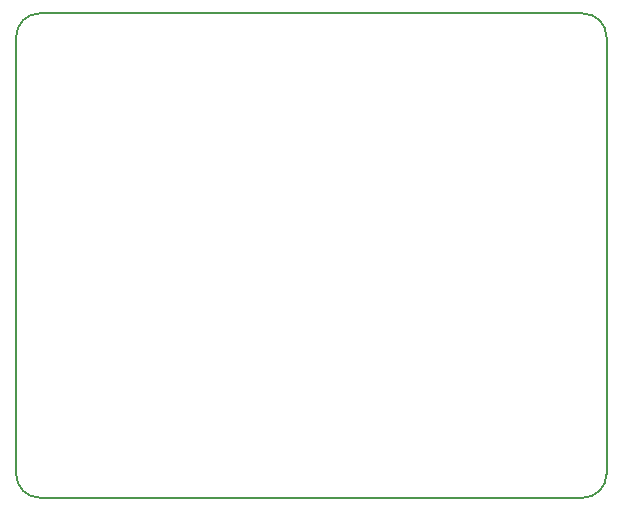
<source format=gm1>
G04 #@! TF.GenerationSoftware,KiCad,Pcbnew,(6.0.9)*
G04 #@! TF.CreationDate,2022-11-21T10:30:20+01:00*
G04 #@! TF.ProjectId,IO Board,494f2042-6f61-4726-942e-6b696361645f,rev?*
G04 #@! TF.SameCoordinates,Original*
G04 #@! TF.FileFunction,Profile,NP*
%FSLAX46Y46*%
G04 Gerber Fmt 4.6, Leading zero omitted, Abs format (unit mm)*
G04 Created by KiCad (PCBNEW (6.0.9)) date 2022-11-21 10:30:20*
%MOMM*%
%LPD*%
G01*
G04 APERTURE LIST*
G04 #@! TA.AperFunction,Profile*
%ADD10C,0.200000*%
G04 #@! TD*
G04 APERTURE END LIST*
D10*
X164223304Y-98963496D02*
G75*
G03*
X162223286Y-96963496I-2000004J-4D01*
G01*
X116223286Y-96963486D02*
G75*
G03*
X114223286Y-98963496I14J-2000014D01*
G01*
X116223286Y-137963496D02*
X162223286Y-137963496D01*
X114223304Y-135963496D02*
G75*
G03*
X116223286Y-137963496I1999996J-4D01*
G01*
X114223286Y-98963496D02*
X114223286Y-135963496D01*
X162223286Y-137963486D02*
G75*
G03*
X164223286Y-135963496I14J1999986D01*
G01*
X164223286Y-135963496D02*
X164223286Y-98963496D01*
X162223286Y-96963496D02*
X116223286Y-96963496D01*
M02*

</source>
